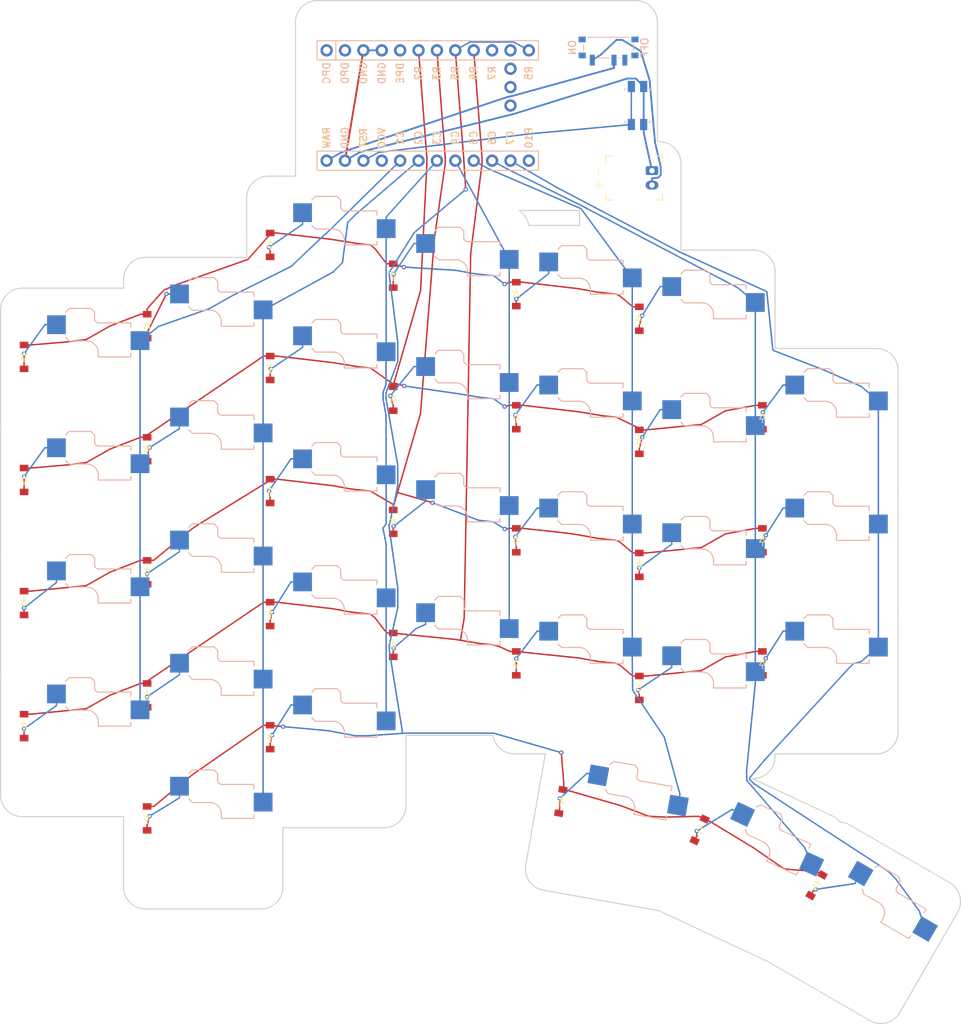
<source format=kicad_pcb>
(kicad_pcb
	(version 20240108)
	(generator "pcbnew")
	(generator_version "8.0")
	(general
		(thickness 1.6)
		(legacy_teardrops no)
	)
	(paper "A3")
	(title_block
		(title "left_pcb")
		(date "2025-08-10")
		(rev "v0.2")
		(company "Happily-Coding")
	)
	(layers
		(0 "F.Cu" signal)
		(31 "B.Cu" signal)
		(32 "B.Adhes" user "B.Adhesive")
		(33 "F.Adhes" user "F.Adhesive")
		(34 "B.Paste" user)
		(35 "F.Paste" user)
		(36 "B.SilkS" user "B.Silkscreen")
		(37 "F.SilkS" user "F.Silkscreen")
		(38 "B.Mask" user)
		(39 "F.Mask" user)
		(40 "Dwgs.User" user "User.Drawings")
		(41 "Cmts.User" user "User.Comments")
		(42 "Eco1.User" user "User.Eco1")
		(43 "Eco2.User" user "User.Eco2")
		(44 "Edge.Cuts" user)
		(45 "Margin" user)
		(46 "B.CrtYd" user "B.Courtyard")
		(47 "F.CrtYd" user "F.Courtyard")
		(48 "B.Fab" user)
		(49 "F.Fab" user)
	)
	(setup
		(pad_to_mask_clearance 0.05)
		(allow_soldermask_bridges_in_footprints no)
		(pcbplotparams
			(layerselection 0x00010fc_ffffffff)
			(plot_on_all_layers_selection 0x0000000_00000000)
			(disableapertmacros no)
			(usegerberextensions no)
			(usegerberattributes yes)
			(usegerberadvancedattributes yes)
			(creategerberjobfile yes)
			(dashed_line_dash_ratio 12.000000)
			(dashed_line_gap_ratio 3.000000)
			(svgprecision 4)
			(plotframeref no)
			(viasonmask no)
			(mode 1)
			(useauxorigin no)
			(hpglpennumber 1)
			(hpglpenspeed 20)
			(hpglpendiameter 15.000000)
			(pdf_front_fp_property_popups yes)
			(pdf_back_fp_property_popups yes)
			(dxfpolygonmode yes)
			(dxfimperialunits yes)
			(dxfusepcbnewfont yes)
			(psnegative no)
			(psa4output no)
			(plotreference yes)
			(plotvalue yes)
			(plotfptext yes)
			(plotinvisibletext no)
			(sketchpadsonfab no)
			(subtractmaskfromsilk no)
			(outputformat 1)
			(mirror no)
			(drillshape 1)
			(scaleselection 1)
			(outputdirectory "")
		)
	)
	(net 0 "")
	(net 1 "col1_row4")
	(net 2 "C1")
	(net 3 "GND")
	(net 4 "col1_row3")
	(net 5 "col1_row2")
	(net 6 "col1_row1")
	(net 7 "col2_row5")
	(net 8 "C2")
	(net 9 "col2_row4")
	(net 10 "col2_row3")
	(net 11 "col2_row2")
	(net 12 "col2_row1")
	(net 13 "col3_row5")
	(net 14 "C3")
	(net 15 "col3_row4")
	(net 16 "col3_row3")
	(net 17 "col3_row2")
	(net 18 "col3_row1")
	(net 19 "col4_row4")
	(net 20 "C4")
	(net 21 "col4_row3")
	(net 22 "col4_row2")
	(net 23 "col4_row1")
	(net 24 "col5_row4")
	(net 25 "C5")
	(net 26 "col5_row3")
	(net 27 "col5_row2")
	(net 28 "col5_row1")
	(net 29 "col6_row4")
	(net 30 "C6")
	(net 31 "col6_row3")
	(net 32 "col6_row2")
	(net 33 "col6_row1")
	(net 34 "col7_row4")
	(net 35 "C7")
	(net 36 "col7_row3")
	(net 37 "col7_row2")
	(net 38 "col1_thumb_row_1")
	(net 39 "col2_thumb_row_1")
	(net 40 "col3_thumb_row_1")
	(net 41 "R4")
	(net 42 "R3")
	(net 43 "R2")
	(net 44 "R1")
	(net 45 "R5")
	(net 46 "RAW")
	(net 47 "RST")
	(net 48 "VCC")
	(net 49 "P10")
	(net 50 "DPC")
	(net 51 "DPD")
	(net 52 "DPE")
	(net 53 "R7")
	(net 54 "R6")
	(net 55 "P101")
	(net 56 "P102")
	(net 57 "P107")
	(net 58 "BAT_P")
	(footprint "ceoloide:diode_tht_sod123" (layer "F.Cu") (at 61.25 82.03 -90))
	(footprint "ceoloide:mcu_nice_nano" (layer "F.Cu") (at 81.75 45.77 90))
	(footprint "ceoloide:diode_tht_sod123" (layer "F.Cu") (at 112.25 126.23 -90))
	(footprint "ceoloide:diode_tht_sod123" (layer "F.Cu") (at 101.4082 141.907 -100))
	(footprint "ceoloide:diode_tht_sod123" (layer "F.Cu") (at 112.25 75.23 -90))
	(footprint "ceoloide:diode_tht_sod123" (layer "F.Cu") (at 112.25 92.23 -90))
	(footprint "ceoloide:mounting_hole_npth" (layer "F.Cu") (at 29.05 138.95))
	(footprint "ceoloide:diode_tht_sod123" (layer "F.Cu") (at 95.25 122.83 -90))
	(footprint "ceoloide:diode_tht_sod123" (layer "F.Cu") (at 112.25 109.23 -90))
	(footprint "ceoloide:battery_connector_jst_ph_2" (layer "F.Cu") (at 114 55.77 -90))
	(footprint "ceoloide:diode_tht_sod123" (layer "F.Cu") (at 44.25 76.25 -90))
	(footprint "ceoloide:diode_tht_sod123" (layer "F.Cu") (at 44.25 110.25 -90))
	(footprint "ceoloide:diode_tht_sod123" (layer "F.Cu") (at 44.25 93.25 -90))
	(footprint "ceoloide:diode_tht_sod123" (layer "F.Cu") (at 27.25 114.5 -90))
	(footprint "ceoloide:diode_tht_sod123" (layer "F.Cu") (at 44.25 127.25 -90))
	(footprint "ceoloide:diode_tht_sod123" (layer "F.Cu") (at 120.5808 145.8308 -115))
	(footprint "ceoloide:diode_tht_sod123" (layer "F.Cu") (at 61.25 65.03 -90))
	(footprint "ceoloide:diode_tht_sod123" (layer "F.Cu") (at 95.25 71.83 -90))
	(footprint "ceoloide:diode_tht_sod123" (layer "F.Cu") (at 78.25 120.28 -90))
	(footprint "ceoloide:diode_tht_sod123" (layer "F.Cu") (at 78.25 86.28 -90))
	(footprint "ceoloide:diode_tht_sod123" (layer "F.Cu") (at 61.25 133.03 -90))
	(footprint "ceoloide:diode_tht_sod123" (layer "F.Cu") (at 27.25 131.5 -90))
	(footprint "ceoloide:diode_tht_sod123" (layer "F.Cu") (at 78.25 103.28 -90))
	(footprint "ceoloide:diode_tht_sod123" (layer "F.Cu") (at 95.25 88.83 -90))
	(footprint "ceoloide:diode_tht_sod123" (layer "F.Cu") (at 129.25 88.83 -90))
	(footprint "ceoloide:diode_tht_sod123" (layer "F.Cu") (at 27.25 80.5 -90))
	(footprint "ceoloide:mounting_hole_npth" (layer "F.Cu") (at 114.05 82.68))
	(footprint "ceoloide:diode_tht_sod123" (layer "F.Cu") (at 129.25 105.83 -90))
	(footprint "ceoloide:diode_tht_sod123" (layer "F.Cu") (at 61.25 116.03 -90))
	(footprint "ceoloide:mounting_hole_npth" (layer "F.Cu") (at 29.05 87.95))
	(footprint "ceoloide:diode_tht_sod123" (layer "F.Cu") (at 136.7316 153.4761 -120))
	(footprint "ceoloide:diode_tht_sod123" (layer "F.Cu") (at 78.25 69.28 -90))
	(footprint "ceoloide:diode_tht_sod123" (layer "F.Cu") (at 95.25 105.83 -90))
	(footprint "ceoloide:diode_tht_sod123" (layer "F.Cu") (at 129.25 122.83 -90))
	(footprint "ceoloide:mounting_hole_npth" (layer "F.Cu") (at 114.05 133.68))
	(footprint "ceoloide:mounting_hole_npth" (layer "F.Cu") (at 119.0636 153.3435 -25))
	(footprint "ceoloide:diode_tht_sod123" (layer "F.Cu") (at 61.25 99.03 -90))
	(footprint "ceoloide:diode_tht_sod123" (layer "F.Cu") (at 44.25 144.25 -90))
	(footprint "ceoloide:diode_tht_sod123" (layer "F.Cu") (at 27.25 97.5 -90))
	(footprint "ceoloide:switch_choc_v1_v2" (layer "B.Cu") (at 86 70.78))
	(footprint "ceoloide:switch_choc_v1_v2" (layer "B.Cu") (at 69 83.53))
	(footprint "ceoloide:switch_choc_v1_v2" (layer "B.Cu") (at 142.6933 158.6502 -30))
	(footprint "ceoloide:switch_choc_v1_v2" (layer "B.Cu") (at 120 76.73))
	(footprint "ceoloide:switch_choc_v1_v2" (layer "B.Cu") (at 69 134.53))
	(footprint "ceoloide:switch_choc_v1_v2" (layer "B.Cu") (at 52 111.75))
	(footprint "ceoloide:switch_choc_v1_v2" (layer "B.Cu") (at 103 107.33))
	(footprint "ceoloide:switch_choc_v1_v2" (layer "B.Cu") (at 120 127.73))
	(footprint "ceoloide:switch_choc_v1_v2" (layer "B.Cu") (at 137 90.33))
	(footprint "ceoloide:switch_choc_v1_v2" (layer "B.Cu") (at 137 107.33))
	(footprint "ceoloide:switch_choc_v1_v2" (layer "B.Cu") (at 52 77.75))
	(footprint "ceoloide:switch_choc_v1_v2" (layer "B.Cu") (at 126.9707 150.4655 -25))
	(footprint "ceoloide:switch_choc_v1_v2" (layer "B.Cu") (at 86 104.78))
	(footprint "ceoloide:switch_choc_v1_v2" (layer "B.Cu") (at 86 121.78))
	(footprint "ceoloide:switch_choc_v1_v2" (layer "B.Cu") (at 137 124.33))
	(footprint "ceoloide:switch_choc_v1_v2" (layer "B.Cu") (at 35 116))
	(footprint "ceoloide:switch_choc_v1_v2"
		(layer "B.Cu")
		(uuid "7975deab-0c6a-4d8b-bf6f-524b91fb321e")
		(at 69 117.53)
		(property "Reference" "S11"
			(at 0 8.8 0)
			(layer "B.SilkS")
			(hide yes)
			(uuid "47648e2e-fd3b-4b7c-8901-606bb376094a")
			(effects
				(font
					(size 1 1)
					(thickness 0.15)
				)
			)
		)
		(property "Value" ""
			(at 0 0 0)
			(layer "F.Fab")
			(uuid "a6611647-d8cc-4296-89ef-37ea3b59a99b")
			(effects
				(font
					(size 1.27 1.27)
					(thickness 0.15)
				)
			)
		)
		(property "Footprint" ""
			(at 0 0 0)
			(layer "F.Fab")
			(hide yes)
			(uuid "e752fe1d-8755-4a97-ad0b-2ff585e499b5")
			(effects
				(font
					(size 1.27 1.27)
					(thickness 0.15)
				)
			)
		)
		(property "Datasheet" ""
			(at 0 0 0)
			(layer "F.Fab")
			(hide yes)
			(uuid "d0e33916-f0dc-4e78-9fb4-689e9e0ecdf2")
			(effects
				(font
					(size 1.27 1.27)
					(thickness 0.15)
				)
			)
		)
		(property "Description" ""
			(at 0 0 0)
			(layer "F.Fab")
			(hide yes)
			(uuid "59d091c4-590b-4d64-862e-b401b4c3ad5b")
			(effects
				(font
					(size 1.27 1.27)
					(thickness 0.15)
				)
			)
		)
		(attr exclude_from_pos_files exclude_from_bom allow_soldermask_bridges)
		(fp_line
			(start -1.5 -8.2)
			(end -2 -7.7)
			(stroke
				(width 0.
... [188567 chars truncated]
</source>
